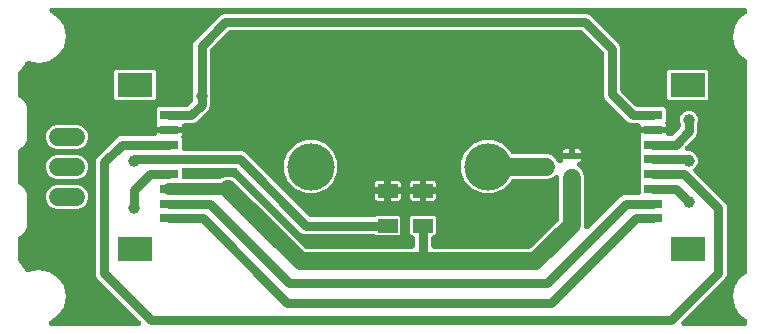
<source format=gbr>
G04 EAGLE Gerber X2 export*
%TF.Part,Single*%
%TF.FileFunction,Copper,L1,Top,Mixed*%
%TF.FilePolarity,Positive*%
%TF.GenerationSoftware,Autodesk,EAGLE,9.1.0*%
%TF.CreationDate,2020-08-17T16:38:00Z*%
G75*
%MOMM*%
%FSLAX34Y34*%
%LPD*%
%AMOC8*
5,1,8,0,0,1.08239X$1,22.5*%
G01*
%ADD10R,1.050000X0.600000*%
%ADD11R,1.600000X0.800000*%
%ADD12R,3.000000X2.100000*%
%ADD13C,1.524000*%
%ADD14R,1.680000X1.160000*%
%ADD15C,1.000000*%
%ADD16C,1.000000*%
%ADD17C,1.500000*%
%ADD18C,0.800000*%
%ADD19C,0.500000*%
%ADD20C,4.000000*%

G36*
X104036Y10178D02*
X104036Y10178D01*
X104173Y10181D01*
X104258Y10198D01*
X104345Y10206D01*
X104477Y10242D01*
X104611Y10269D01*
X104692Y10301D01*
X104776Y10324D01*
X104899Y10383D01*
X105026Y10434D01*
X105100Y10480D01*
X105178Y10517D01*
X105289Y10598D01*
X105405Y10670D01*
X105470Y10728D01*
X105540Y10779D01*
X105635Y10878D01*
X105736Y10970D01*
X105790Y11039D01*
X105850Y11101D01*
X105925Y11215D01*
X106009Y11324D01*
X106049Y11401D01*
X106097Y11473D01*
X106151Y11599D01*
X106214Y11721D01*
X106239Y11804D01*
X106274Y11884D01*
X106305Y12017D01*
X106345Y12148D01*
X106355Y12234D01*
X106375Y12319D01*
X106382Y12455D01*
X106398Y12591D01*
X106393Y12678D01*
X106397Y12765D01*
X106380Y12900D01*
X106371Y13037D01*
X106351Y13122D01*
X106340Y13208D01*
X106298Y13338D01*
X106266Y13471D01*
X106230Y13550D01*
X106204Y13633D01*
X106140Y13754D01*
X106084Y13879D01*
X106036Y13951D01*
X105995Y14028D01*
X105910Y14136D01*
X105833Y14249D01*
X105741Y14350D01*
X105719Y14379D01*
X105701Y14395D01*
X105667Y14432D01*
X69065Y51034D01*
X67999Y53607D01*
X67999Y150143D01*
X69065Y152716D01*
X86034Y169685D01*
X88607Y170751D01*
X117000Y170751D01*
X117050Y170755D01*
X117100Y170753D01*
X117272Y170775D01*
X117445Y170791D01*
X117493Y170804D01*
X117543Y170810D01*
X117708Y170863D01*
X117876Y170909D01*
X117921Y170931D01*
X117968Y170946D01*
X118122Y171027D01*
X118278Y171102D01*
X118319Y171132D01*
X118363Y171155D01*
X118499Y171262D01*
X118640Y171364D01*
X118675Y171400D01*
X118714Y171431D01*
X118830Y171561D01*
X118950Y171686D01*
X118977Y171728D01*
X119011Y171766D01*
X119101Y171914D01*
X119197Y172058D01*
X119217Y172104D01*
X119243Y172147D01*
X119305Y172309D01*
X119374Y172469D01*
X119385Y172517D01*
X119403Y172564D01*
X119436Y172735D01*
X119475Y172904D01*
X119478Y172954D01*
X119487Y173003D01*
X119499Y173250D01*
X119499Y173751D01*
X130040Y173751D01*
X140581Y173751D01*
X140581Y171916D01*
X140388Y171195D01*
X140357Y171135D01*
X140341Y171084D01*
X140318Y171035D01*
X140275Y170870D01*
X140225Y170708D01*
X140219Y170655D01*
X140206Y170603D01*
X140193Y170433D01*
X140172Y170264D01*
X140176Y170211D01*
X140172Y170157D01*
X140189Y169988D01*
X140199Y169818D01*
X140212Y169766D01*
X140217Y169713D01*
X140265Y169550D01*
X140305Y169384D01*
X140327Y169335D01*
X140342Y169284D01*
X140417Y169132D01*
X140486Y168976D01*
X140516Y168932D01*
X140540Y168884D01*
X140541Y168883D01*
X140541Y160750D01*
X140545Y160700D01*
X140543Y160650D01*
X140565Y160478D01*
X140581Y160305D01*
X140594Y160257D01*
X140600Y160207D01*
X140653Y160042D01*
X140699Y159874D01*
X140721Y159829D01*
X140736Y159782D01*
X140817Y159628D01*
X140892Y159472D01*
X140922Y159431D01*
X140945Y159387D01*
X141053Y159250D01*
X141154Y159110D01*
X141190Y159075D01*
X141221Y159036D01*
X141351Y158920D01*
X141476Y158800D01*
X141518Y158773D01*
X141556Y158739D01*
X141704Y158649D01*
X141848Y158553D01*
X141894Y158533D01*
X141937Y158507D01*
X142099Y158445D01*
X142259Y158376D01*
X142307Y158365D01*
X142354Y158347D01*
X142525Y158314D01*
X142694Y158275D01*
X142744Y158272D01*
X142793Y158263D01*
X143040Y158251D01*
X191393Y158251D01*
X193966Y157185D01*
X248168Y102983D01*
X248311Y102863D01*
X248451Y102739D01*
X248482Y102720D01*
X248511Y102696D01*
X248673Y102604D01*
X248832Y102507D01*
X248867Y102494D01*
X248899Y102476D01*
X249075Y102414D01*
X249249Y102347D01*
X249285Y102340D01*
X249320Y102327D01*
X249505Y102298D01*
X249688Y102263D01*
X249738Y102260D01*
X249761Y102257D01*
X249798Y102258D01*
X249935Y102251D01*
X303229Y102251D01*
X303415Y102267D01*
X303601Y102279D01*
X303637Y102287D01*
X303674Y102291D01*
X303854Y102340D01*
X304035Y102384D01*
X304069Y102399D01*
X304105Y102409D01*
X304273Y102490D01*
X304443Y102566D01*
X304474Y102586D01*
X304507Y102602D01*
X304658Y102712D01*
X304813Y102817D01*
X304850Y102851D01*
X304869Y102864D01*
X304895Y102891D01*
X304996Y102983D01*
X305564Y103551D01*
X324436Y103551D01*
X325901Y102086D01*
X325901Y88414D01*
X324436Y86949D01*
X305564Y86949D01*
X304996Y87517D01*
X304853Y87637D01*
X304713Y87761D01*
X304682Y87780D01*
X304653Y87804D01*
X304491Y87896D01*
X304332Y87993D01*
X304297Y88006D01*
X304265Y88024D01*
X304089Y88086D01*
X303915Y88153D01*
X303879Y88160D01*
X303844Y88173D01*
X303659Y88202D01*
X303476Y88237D01*
X303426Y88240D01*
X303403Y88243D01*
X303366Y88242D01*
X303229Y88249D01*
X244607Y88249D01*
X242034Y89315D01*
X187832Y143517D01*
X187689Y143637D01*
X187549Y143761D01*
X187518Y143780D01*
X187489Y143804D01*
X187327Y143896D01*
X187168Y143993D01*
X187133Y144006D01*
X187101Y144024D01*
X186925Y144086D01*
X186751Y144153D01*
X186715Y144160D01*
X186680Y144173D01*
X186495Y144202D01*
X186312Y144237D01*
X186262Y144240D01*
X186239Y144243D01*
X186202Y144242D01*
X186065Y144249D01*
X143040Y144249D01*
X142990Y144245D01*
X142940Y144247D01*
X142768Y144225D01*
X142595Y144209D01*
X142547Y144196D01*
X142497Y144190D01*
X142332Y144137D01*
X142164Y144091D01*
X142119Y144069D01*
X142072Y144054D01*
X141918Y143973D01*
X141762Y143898D01*
X141721Y143868D01*
X141677Y143845D01*
X141540Y143738D01*
X141400Y143636D01*
X141365Y143600D01*
X141326Y143569D01*
X141210Y143439D01*
X141090Y143314D01*
X141063Y143272D01*
X141029Y143234D01*
X140939Y143086D01*
X140843Y142942D01*
X140823Y142896D01*
X140797Y142853D01*
X140735Y142691D01*
X140666Y142531D01*
X140655Y142483D01*
X140637Y142436D01*
X140604Y142265D01*
X140565Y142096D01*
X140562Y142046D01*
X140553Y141997D01*
X140541Y141750D01*
X140541Y136750D01*
X140545Y136700D01*
X140543Y136650D01*
X140565Y136478D01*
X140581Y136305D01*
X140594Y136257D01*
X140600Y136207D01*
X140653Y136042D01*
X140699Y135874D01*
X140721Y135829D01*
X140736Y135782D01*
X140817Y135628D01*
X140892Y135472D01*
X140922Y135431D01*
X140945Y135387D01*
X141052Y135250D01*
X141154Y135110D01*
X141190Y135075D01*
X141221Y135036D01*
X141351Y134920D01*
X141476Y134800D01*
X141518Y134773D01*
X141556Y134739D01*
X141704Y134649D01*
X141848Y134553D01*
X141894Y134533D01*
X141937Y134507D01*
X142099Y134445D01*
X142259Y134376D01*
X142307Y134365D01*
X142354Y134347D01*
X142525Y134314D01*
X142694Y134275D01*
X142744Y134272D01*
X142793Y134263D01*
X143040Y134251D01*
X172115Y134251D01*
X172301Y134267D01*
X172487Y134279D01*
X172523Y134287D01*
X172560Y134291D01*
X172740Y134340D01*
X172921Y134384D01*
X172955Y134399D01*
X172991Y134409D01*
X173159Y134490D01*
X173330Y134566D01*
X173360Y134586D01*
X173394Y134602D01*
X173545Y134712D01*
X173699Y134817D01*
X173736Y134851D01*
X173755Y134864D01*
X173781Y134891D01*
X173883Y134983D01*
X174052Y135152D01*
X177911Y136751D01*
X182089Y136751D01*
X185948Y135152D01*
X244868Y76233D01*
X245011Y76113D01*
X245150Y75989D01*
X245182Y75970D01*
X245210Y75946D01*
X245373Y75854D01*
X245532Y75757D01*
X245566Y75744D01*
X245599Y75726D01*
X245775Y75664D01*
X245949Y75597D01*
X245985Y75590D01*
X246020Y75577D01*
X246204Y75548D01*
X246388Y75513D01*
X246438Y75510D01*
X246461Y75507D01*
X246498Y75508D01*
X246635Y75501D01*
X335500Y75501D01*
X335550Y75505D01*
X335600Y75503D01*
X335772Y75525D01*
X335945Y75541D01*
X335993Y75554D01*
X336043Y75560D01*
X336208Y75613D01*
X336376Y75659D01*
X336421Y75681D01*
X336468Y75696D01*
X336622Y75777D01*
X336778Y75852D01*
X336819Y75882D01*
X336863Y75905D01*
X337000Y76012D01*
X337140Y76114D01*
X337175Y76150D01*
X337214Y76181D01*
X337330Y76311D01*
X337450Y76436D01*
X337477Y76478D01*
X337511Y76516D01*
X337601Y76664D01*
X337697Y76808D01*
X337717Y76854D01*
X337743Y76897D01*
X337805Y77059D01*
X337874Y77219D01*
X337885Y77267D01*
X337903Y77314D01*
X337936Y77485D01*
X337975Y77654D01*
X337978Y77704D01*
X337987Y77753D01*
X337999Y78000D01*
X337999Y84450D01*
X337995Y84500D01*
X337997Y84550D01*
X337975Y84722D01*
X337959Y84895D01*
X337946Y84943D01*
X337940Y84993D01*
X337887Y85158D01*
X337841Y85326D01*
X337819Y85371D01*
X337804Y85418D01*
X337723Y85572D01*
X337648Y85728D01*
X337618Y85769D01*
X337595Y85813D01*
X337488Y85950D01*
X337386Y86090D01*
X337350Y86125D01*
X337319Y86164D01*
X337189Y86280D01*
X337064Y86400D01*
X337022Y86427D01*
X336984Y86461D01*
X336836Y86551D01*
X336692Y86647D01*
X336646Y86667D01*
X336603Y86693D01*
X336441Y86755D01*
X336281Y86824D01*
X336233Y86835D01*
X336186Y86853D01*
X336015Y86886D01*
X335846Y86925D01*
X335796Y86928D01*
X335747Y86937D01*
X335568Y86946D01*
X334099Y88414D01*
X334099Y102086D01*
X335564Y103551D01*
X354436Y103551D01*
X355901Y102086D01*
X355901Y88414D01*
X354432Y86946D01*
X354400Y86947D01*
X354228Y86925D01*
X354055Y86909D01*
X354007Y86896D01*
X353957Y86890D01*
X353792Y86837D01*
X353624Y86791D01*
X353579Y86769D01*
X353532Y86754D01*
X353378Y86673D01*
X353222Y86598D01*
X353181Y86568D01*
X353137Y86545D01*
X353000Y86438D01*
X352860Y86336D01*
X352825Y86300D01*
X352786Y86269D01*
X352670Y86139D01*
X352550Y86014D01*
X352523Y85972D01*
X352489Y85934D01*
X352399Y85786D01*
X352303Y85642D01*
X352283Y85596D01*
X352257Y85553D01*
X352195Y85391D01*
X352126Y85231D01*
X352115Y85183D01*
X352097Y85136D01*
X352064Y84965D01*
X352025Y84796D01*
X352022Y84746D01*
X352013Y84697D01*
X352001Y84450D01*
X352001Y78000D01*
X352005Y77950D01*
X352003Y77900D01*
X352025Y77728D01*
X352041Y77555D01*
X352054Y77507D01*
X352060Y77457D01*
X352113Y77292D01*
X352159Y77124D01*
X352181Y77079D01*
X352196Y77032D01*
X352277Y76878D01*
X352352Y76722D01*
X352382Y76681D01*
X352405Y76637D01*
X352512Y76500D01*
X352614Y76360D01*
X352650Y76325D01*
X352681Y76286D01*
X352811Y76170D01*
X352936Y76050D01*
X352978Y76023D01*
X353016Y75989D01*
X353164Y75899D01*
X353308Y75803D01*
X353354Y75783D01*
X353397Y75757D01*
X353559Y75695D01*
X353719Y75626D01*
X353767Y75615D01*
X353814Y75597D01*
X353985Y75564D01*
X354154Y75525D01*
X354204Y75522D01*
X354253Y75513D01*
X354500Y75501D01*
X434615Y75501D01*
X434801Y75517D01*
X434987Y75529D01*
X435023Y75537D01*
X435060Y75541D01*
X435241Y75590D01*
X435421Y75634D01*
X435455Y75649D01*
X435491Y75659D01*
X435659Y75740D01*
X435830Y75816D01*
X435860Y75836D01*
X435894Y75852D01*
X436045Y75962D01*
X436199Y76067D01*
X436236Y76101D01*
X436255Y76114D01*
X436281Y76141D01*
X436382Y76233D01*
X459767Y99618D01*
X459887Y99761D01*
X460011Y99900D01*
X460030Y99932D01*
X460054Y99960D01*
X460146Y100122D01*
X460243Y100282D01*
X460256Y100317D01*
X460274Y100349D01*
X460336Y100525D01*
X460403Y100699D01*
X460410Y100735D01*
X460423Y100770D01*
X460452Y100954D01*
X460487Y101138D01*
X460490Y101188D01*
X460493Y101211D01*
X460492Y101248D01*
X460499Y101385D01*
X460499Y135615D01*
X460487Y135752D01*
X460484Y135888D01*
X460467Y135973D01*
X460459Y136060D01*
X460423Y136192D01*
X460396Y136326D01*
X460364Y136407D01*
X460341Y136491D01*
X460282Y136614D01*
X460231Y136741D01*
X460185Y136815D01*
X460148Y136894D01*
X460067Y137005D01*
X459995Y137121D01*
X459937Y137185D01*
X459886Y137255D01*
X459787Y137350D01*
X459695Y137452D01*
X459626Y137505D01*
X459564Y137565D01*
X459450Y137641D01*
X459341Y137724D01*
X459264Y137764D01*
X459192Y137812D01*
X459066Y137866D01*
X458944Y137929D01*
X458861Y137955D01*
X458781Y137989D01*
X458649Y138020D01*
X458517Y138060D01*
X458431Y138071D01*
X458346Y138090D01*
X458210Y138097D01*
X458074Y138113D01*
X457987Y138108D01*
X457900Y138113D01*
X457765Y138095D01*
X457628Y138087D01*
X457543Y138066D01*
X457457Y138055D01*
X457327Y138013D01*
X457194Y137981D01*
X457114Y137946D01*
X457032Y137919D01*
X456911Y137855D01*
X456786Y137800D01*
X456714Y137751D01*
X456637Y137710D01*
X456529Y137626D01*
X456416Y137549D01*
X456315Y137457D01*
X456286Y137434D01*
X456270Y137416D01*
X456233Y137382D01*
X454948Y136098D01*
X451089Y134499D01*
X421675Y134499D01*
X421669Y134499D01*
X421662Y134499D01*
X421446Y134479D01*
X421230Y134459D01*
X421224Y134458D01*
X421217Y134457D01*
X421007Y134398D01*
X420799Y134341D01*
X420794Y134338D01*
X420787Y134336D01*
X420594Y134242D01*
X420397Y134148D01*
X420391Y134144D01*
X420386Y134141D01*
X420213Y134015D01*
X420035Y133886D01*
X420030Y133881D01*
X420025Y133877D01*
X419875Y133719D01*
X419725Y133564D01*
X419722Y133558D01*
X419717Y133553D01*
X419597Y133371D01*
X419478Y133192D01*
X419476Y133186D01*
X419472Y133180D01*
X419366Y132956D01*
X419075Y132254D01*
X412746Y125925D01*
X404476Y122499D01*
X395524Y122499D01*
X387254Y125925D01*
X380925Y132254D01*
X377499Y140524D01*
X377499Y149476D01*
X380925Y157746D01*
X387254Y164075D01*
X395524Y167501D01*
X404476Y167501D01*
X412746Y164075D01*
X419075Y157746D01*
X419366Y157044D01*
X419369Y157038D01*
X419371Y157032D01*
X419473Y156839D01*
X419573Y156648D01*
X419577Y156643D01*
X419580Y156637D01*
X419716Y156464D01*
X419847Y156295D01*
X419852Y156291D01*
X419856Y156286D01*
X420021Y156140D01*
X420180Y155997D01*
X420186Y155994D01*
X420191Y155989D01*
X420376Y155877D01*
X420561Y155763D01*
X420567Y155761D01*
X420572Y155757D01*
X420774Y155679D01*
X420977Y155600D01*
X420983Y155599D01*
X420989Y155597D01*
X421202Y155556D01*
X421415Y155514D01*
X421421Y155514D01*
X421428Y155513D01*
X421675Y155501D01*
X451089Y155501D01*
X454948Y153902D01*
X457902Y150948D01*
X458505Y149494D01*
X458532Y149441D01*
X458553Y149384D01*
X458636Y149243D01*
X458712Y149098D01*
X458749Y149051D01*
X458779Y148999D01*
X458885Y148875D01*
X458986Y148745D01*
X459031Y148705D01*
X459070Y148660D01*
X459197Y148557D01*
X459319Y148447D01*
X459370Y148416D01*
X459417Y148378D01*
X459560Y148299D01*
X459699Y148213D01*
X459755Y148191D01*
X459808Y148162D01*
X459963Y148110D01*
X460115Y148051D01*
X460174Y148039D01*
X460231Y148020D01*
X460393Y147996D01*
X460553Y147965D01*
X460614Y147964D01*
X460673Y147955D01*
X460837Y147960D01*
X461000Y147958D01*
X461059Y147968D01*
X461120Y147970D01*
X461279Y148004D01*
X461441Y148031D01*
X461497Y148051D01*
X461556Y148064D01*
X461707Y148126D01*
X461861Y148181D01*
X461914Y148211D01*
X461969Y148234D01*
X462107Y148323D01*
X462249Y148404D01*
X462295Y148443D01*
X462345Y148475D01*
X462465Y148587D01*
X462590Y148692D01*
X462628Y148739D01*
X462672Y148780D01*
X462770Y148910D01*
X462874Y149036D01*
X462904Y149089D01*
X462940Y149137D01*
X463013Y149283D01*
X463093Y149426D01*
X463113Y149483D01*
X463140Y149537D01*
X463186Y149694D01*
X463239Y149848D01*
X463248Y149908D01*
X463265Y149966D01*
X463282Y150128D01*
X463308Y150290D01*
X463306Y150350D01*
X463312Y150410D01*
X463300Y150572D01*
X463296Y150736D01*
X463284Y150795D01*
X463280Y150855D01*
X463228Y151097D01*
X463209Y151166D01*
X463209Y152001D01*
X471000Y152001D01*
X478791Y152001D01*
X478791Y151166D01*
X478618Y150519D01*
X478283Y149940D01*
X477810Y149467D01*
X477228Y149131D01*
X477164Y149108D01*
X477090Y149090D01*
X476955Y149031D01*
X476817Y148980D01*
X476751Y148941D01*
X476680Y148911D01*
X476559Y148829D01*
X476432Y148754D01*
X476373Y148704D01*
X476310Y148661D01*
X476205Y148559D01*
X476093Y148463D01*
X476044Y148404D01*
X475989Y148350D01*
X475904Y148231D01*
X475811Y148117D01*
X475774Y148049D01*
X475729Y147987D01*
X475666Y147854D01*
X475595Y147726D01*
X475571Y147653D01*
X475538Y147583D01*
X475500Y147441D01*
X475453Y147302D01*
X475442Y147226D01*
X475422Y147152D01*
X475409Y147006D01*
X475388Y146860D01*
X475391Y146783D01*
X475384Y146707D01*
X475398Y146561D01*
X475403Y146414D01*
X475419Y146339D01*
X475426Y146262D01*
X475466Y146121D01*
X475497Y145977D01*
X475526Y145906D01*
X475547Y145832D01*
X475611Y145700D01*
X475667Y145564D01*
X475709Y145499D01*
X475743Y145430D01*
X475829Y145312D01*
X475908Y145188D01*
X475961Y145132D01*
X476006Y145070D01*
X476113Y144968D01*
X476213Y144861D01*
X476274Y144815D01*
X476330Y144762D01*
X476453Y144681D01*
X476570Y144593D01*
X476639Y144559D01*
X476703Y144517D01*
X476927Y144411D01*
X476948Y144402D01*
X479902Y141448D01*
X481501Y137589D01*
X481501Y94435D01*
X481513Y94299D01*
X481516Y94162D01*
X481533Y94077D01*
X481541Y93990D01*
X481577Y93858D01*
X481604Y93724D01*
X481636Y93643D01*
X481659Y93559D01*
X481718Y93436D01*
X481769Y93309D01*
X481815Y93235D01*
X481852Y93157D01*
X481933Y93046D01*
X482005Y92930D01*
X482063Y92865D01*
X482114Y92795D01*
X482213Y92700D01*
X482305Y92599D01*
X482374Y92545D01*
X482436Y92485D01*
X482550Y92410D01*
X482659Y92326D01*
X482736Y92286D01*
X482808Y92238D01*
X482934Y92184D01*
X483056Y92121D01*
X483139Y92096D01*
X483219Y92061D01*
X483352Y92030D01*
X483483Y91990D01*
X483569Y91980D01*
X483654Y91960D01*
X483790Y91953D01*
X483926Y91937D01*
X484013Y91942D01*
X484100Y91938D01*
X484235Y91955D01*
X484372Y91964D01*
X484457Y91984D01*
X484543Y91995D01*
X484673Y92037D01*
X484806Y92069D01*
X484886Y92105D01*
X484968Y92131D01*
X485089Y92195D01*
X485214Y92251D01*
X485286Y92299D01*
X485363Y92340D01*
X485471Y92425D01*
X485584Y92502D01*
X485685Y92594D01*
X485714Y92616D01*
X485730Y92634D01*
X485767Y92668D01*
X510464Y117364D01*
X512784Y119685D01*
X515357Y120751D01*
X526960Y120751D01*
X527010Y120755D01*
X527060Y120753D01*
X527232Y120775D01*
X527405Y120791D01*
X527453Y120804D01*
X527503Y120810D01*
X527668Y120863D01*
X527836Y120909D01*
X527881Y120931D01*
X527928Y120946D01*
X528082Y121027D01*
X528238Y121102D01*
X528279Y121132D01*
X528323Y121155D01*
X528460Y121262D01*
X528600Y121364D01*
X528635Y121400D01*
X528674Y121431D01*
X528790Y121561D01*
X528910Y121686D01*
X528937Y121728D01*
X528971Y121766D01*
X529061Y121914D01*
X529157Y122058D01*
X529177Y122104D01*
X529203Y122147D01*
X529265Y122309D01*
X529334Y122469D01*
X529345Y122517D01*
X529363Y122564D01*
X529396Y122735D01*
X529435Y122904D01*
X529438Y122954D01*
X529447Y123003D01*
X529459Y123250D01*
X529459Y131576D01*
X529504Y131721D01*
X529561Y131885D01*
X529569Y131935D01*
X529584Y131983D01*
X529605Y132155D01*
X529632Y132326D01*
X529631Y132376D01*
X529637Y132426D01*
X529627Y132599D01*
X529623Y132773D01*
X529613Y132822D01*
X529610Y132872D01*
X529569Y133041D01*
X529535Y133211D01*
X529516Y133257D01*
X529505Y133306D01*
X529459Y133408D01*
X529459Y144076D01*
X529504Y144221D01*
X529561Y144385D01*
X529569Y144435D01*
X529584Y144483D01*
X529605Y144655D01*
X529632Y144826D01*
X529631Y144876D01*
X529637Y144926D01*
X529627Y145099D01*
X529623Y145273D01*
X529613Y145322D01*
X529610Y145372D01*
X529569Y145541D01*
X529535Y145711D01*
X529516Y145757D01*
X529505Y145806D01*
X529459Y145908D01*
X529459Y156576D01*
X529504Y156721D01*
X529561Y156885D01*
X529569Y156935D01*
X529584Y156983D01*
X529605Y157154D01*
X529632Y157326D01*
X529631Y157376D01*
X529637Y157426D01*
X529627Y157599D01*
X529623Y157773D01*
X529613Y157822D01*
X529610Y157872D01*
X529569Y158041D01*
X529535Y158211D01*
X529516Y158257D01*
X529505Y158306D01*
X529459Y158408D01*
X529459Y168900D01*
X529467Y168914D01*
X529558Y169058D01*
X529577Y169108D01*
X529604Y169154D01*
X529660Y169315D01*
X529723Y169473D01*
X529734Y169525D01*
X529752Y169576D01*
X529779Y169744D01*
X529813Y169911D01*
X529814Y169964D01*
X529823Y170017D01*
X529819Y170187D01*
X529823Y170357D01*
X529815Y170410D01*
X529814Y170464D01*
X529780Y170630D01*
X529754Y170799D01*
X529736Y170849D01*
X529725Y170901D01*
X529663Y171060D01*
X529607Y171220D01*
X529604Y171225D01*
X529419Y171916D01*
X529419Y173751D01*
X539960Y173751D01*
X550501Y173751D01*
X550501Y173250D01*
X550505Y173200D01*
X550503Y173150D01*
X550525Y172978D01*
X550541Y172805D01*
X550554Y172757D01*
X550560Y172707D01*
X550613Y172542D01*
X550659Y172374D01*
X550681Y172329D01*
X550696Y172282D01*
X550777Y172128D01*
X550852Y171972D01*
X550882Y171931D01*
X550905Y171887D01*
X551012Y171750D01*
X551114Y171610D01*
X551150Y171575D01*
X551181Y171536D01*
X551311Y171420D01*
X551436Y171300D01*
X551478Y171273D01*
X551516Y171239D01*
X551664Y171149D01*
X551808Y171053D01*
X551854Y171033D01*
X551897Y171007D01*
X552059Y170945D01*
X552219Y170876D01*
X552267Y170865D01*
X552314Y170847D01*
X552485Y170814D01*
X552654Y170775D01*
X552704Y170772D01*
X552753Y170763D01*
X553000Y170751D01*
X554815Y170751D01*
X555001Y170767D01*
X555187Y170779D01*
X555223Y170787D01*
X555260Y170791D01*
X555440Y170840D01*
X555621Y170884D01*
X555655Y170899D01*
X555691Y170909D01*
X555859Y170990D01*
X556029Y171066D01*
X556060Y171086D01*
X556093Y171102D01*
X556244Y171212D01*
X556399Y171317D01*
X556436Y171351D01*
X556455Y171364D01*
X556481Y171391D01*
X556582Y171483D01*
X562267Y177168D01*
X562387Y177311D01*
X562511Y177451D01*
X562530Y177482D01*
X562554Y177511D01*
X562646Y177673D01*
X562743Y177832D01*
X562756Y177867D01*
X562774Y177899D01*
X562836Y178075D01*
X562903Y178249D01*
X562910Y178285D01*
X562923Y178320D01*
X562952Y178505D01*
X562987Y178688D01*
X562990Y178738D01*
X562993Y178761D01*
X562992Y178798D01*
X562999Y178935D01*
X562999Y181804D01*
X562986Y181946D01*
X562983Y182090D01*
X562967Y182168D01*
X562959Y182249D01*
X562921Y182387D01*
X562892Y182527D01*
X562851Y182643D01*
X562841Y182679D01*
X562829Y182704D01*
X562809Y182760D01*
X562499Y183508D01*
X562499Y186492D01*
X563641Y189249D01*
X565751Y191359D01*
X568508Y192501D01*
X571492Y192501D01*
X574249Y191359D01*
X576359Y189249D01*
X577501Y186492D01*
X577501Y183508D01*
X577191Y182760D01*
X577148Y182624D01*
X577097Y182490D01*
X577082Y182411D01*
X577058Y182334D01*
X577040Y182192D01*
X577013Y182051D01*
X577007Y181928D01*
X577002Y181891D01*
X577004Y181864D01*
X577001Y181804D01*
X577001Y173607D01*
X575935Y171034D01*
X573614Y168714D01*
X573614Y168713D01*
X567418Y162517D01*
X567330Y162412D01*
X567235Y162314D01*
X567187Y162241D01*
X567131Y162174D01*
X567064Y162056D01*
X566988Y161942D01*
X566954Y161862D01*
X566911Y161786D01*
X566865Y161657D01*
X566811Y161531D01*
X566791Y161447D01*
X566762Y161365D01*
X566741Y161229D01*
X566710Y161096D01*
X566706Y161010D01*
X566692Y160924D01*
X566695Y160787D01*
X566688Y160650D01*
X566699Y160564D01*
X566701Y160477D01*
X566728Y160343D01*
X566745Y160207D01*
X566772Y160124D01*
X566789Y160039D01*
X566839Y159912D01*
X566881Y159782D01*
X566922Y159705D01*
X566954Y159624D01*
X567026Y159508D01*
X567090Y159387D01*
X567144Y159319D01*
X567190Y159245D01*
X567282Y159143D01*
X567366Y159036D01*
X567431Y158978D01*
X567490Y158914D01*
X567598Y158830D01*
X567701Y158739D01*
X567775Y158694D01*
X567844Y158641D01*
X567965Y158578D01*
X568082Y158507D01*
X568163Y158476D01*
X568241Y158436D01*
X568371Y158396D01*
X568499Y158347D01*
X568585Y158330D01*
X568668Y158305D01*
X568803Y158289D01*
X568938Y158263D01*
X569074Y158256D01*
X569111Y158252D01*
X569135Y158253D01*
X569185Y158251D01*
X571393Y158251D01*
X573966Y157185D01*
X575935Y155216D01*
X576129Y154748D01*
X576195Y154620D01*
X576254Y154489D01*
X576268Y154468D01*
X577501Y151492D01*
X577501Y148508D01*
X576359Y145751D01*
X574521Y143914D01*
X574489Y143875D01*
X574452Y143842D01*
X574346Y143704D01*
X574235Y143571D01*
X574210Y143527D01*
X574180Y143488D01*
X574100Y143333D01*
X574014Y143183D01*
X573998Y143135D01*
X573975Y143091D01*
X573924Y142925D01*
X573866Y142761D01*
X573858Y142712D01*
X573843Y142664D01*
X573823Y142492D01*
X573795Y142320D01*
X573796Y142270D01*
X573790Y142220D01*
X573801Y142047D01*
X573804Y141873D01*
X573814Y141824D01*
X573817Y141774D01*
X573858Y141606D01*
X573893Y141436D01*
X573911Y141389D01*
X573923Y141340D01*
X573993Y141182D01*
X574057Y141020D01*
X574084Y140978D01*
X574104Y140932D01*
X574202Y140788D01*
X574293Y140641D01*
X574327Y140604D01*
X574355Y140563D01*
X574521Y140379D01*
X600935Y113966D01*
X602001Y111393D01*
X602001Y53607D01*
X600935Y51034D01*
X564333Y14432D01*
X564245Y14327D01*
X564150Y14229D01*
X564102Y14156D01*
X564046Y14089D01*
X563979Y13971D01*
X563903Y13857D01*
X563869Y13777D01*
X563826Y13701D01*
X563780Y13572D01*
X563726Y13446D01*
X563706Y13362D01*
X563677Y13280D01*
X563656Y13144D01*
X563625Y13011D01*
X563621Y12925D01*
X563607Y12839D01*
X563610Y12702D01*
X563603Y12565D01*
X563614Y12479D01*
X563616Y12392D01*
X563643Y12258D01*
X563660Y12122D01*
X563687Y12039D01*
X563704Y11954D01*
X563754Y11827D01*
X563796Y11697D01*
X563837Y11620D01*
X563869Y11539D01*
X563941Y11423D01*
X564005Y11302D01*
X564059Y11234D01*
X564105Y11160D01*
X564197Y11058D01*
X564281Y10951D01*
X564346Y10893D01*
X564405Y10829D01*
X564513Y10745D01*
X564616Y10654D01*
X564690Y10609D01*
X564759Y10556D01*
X564880Y10493D01*
X564997Y10422D01*
X565078Y10391D01*
X565156Y10351D01*
X565286Y10311D01*
X565414Y10262D01*
X565500Y10245D01*
X565583Y10220D01*
X565718Y10204D01*
X565853Y10178D01*
X565989Y10171D01*
X566026Y10167D01*
X566050Y10168D01*
X566100Y10166D01*
X617000Y10166D01*
X617050Y10170D01*
X617100Y10168D01*
X617272Y10190D01*
X617445Y10206D01*
X617493Y10219D01*
X617543Y10225D01*
X617708Y10278D01*
X617876Y10324D01*
X617921Y10346D01*
X617968Y10361D01*
X618122Y10442D01*
X618278Y10517D01*
X618319Y10547D01*
X618363Y10570D01*
X618500Y10677D01*
X618640Y10779D01*
X618675Y10815D01*
X618714Y10846D01*
X618830Y10976D01*
X618950Y11101D01*
X618977Y11143D01*
X619011Y11181D01*
X619101Y11329D01*
X619197Y11473D01*
X619217Y11519D01*
X619243Y11562D01*
X619305Y11724D01*
X619374Y11884D01*
X619385Y11932D01*
X619403Y11979D01*
X619436Y12150D01*
X619475Y12319D01*
X619478Y12369D01*
X619487Y12418D01*
X619499Y12665D01*
X619499Y14085D01*
X619481Y14293D01*
X619465Y14500D01*
X619461Y14515D01*
X619459Y14530D01*
X619404Y14731D01*
X619351Y14932D01*
X619345Y14946D01*
X619341Y14961D01*
X619251Y15149D01*
X619163Y15337D01*
X619154Y15350D01*
X619148Y15364D01*
X619025Y15532D01*
X618906Y15702D01*
X618895Y15713D01*
X618886Y15725D01*
X618736Y15870D01*
X618587Y16016D01*
X618571Y16028D01*
X618564Y16035D01*
X618542Y16049D01*
X618389Y16163D01*
X613758Y19258D01*
X608855Y26595D01*
X607133Y35250D01*
X608855Y43905D01*
X613758Y51242D01*
X618389Y54337D01*
X618551Y54467D01*
X618714Y54596D01*
X618724Y54608D01*
X618736Y54617D01*
X618872Y54774D01*
X619011Y54930D01*
X619019Y54943D01*
X619029Y54955D01*
X619134Y55134D01*
X619243Y55312D01*
X619248Y55326D01*
X619256Y55339D01*
X619328Y55534D01*
X619403Y55729D01*
X619406Y55744D01*
X619411Y55758D01*
X619448Y55962D01*
X619487Y56168D01*
X619488Y56188D01*
X619490Y56198D01*
X619490Y56223D01*
X619499Y56415D01*
X619499Y234085D01*
X619481Y234293D01*
X619465Y234500D01*
X619461Y234515D01*
X619459Y234530D01*
X619404Y234731D01*
X619351Y234932D01*
X619345Y234946D01*
X619341Y234961D01*
X619251Y235149D01*
X619163Y235337D01*
X619154Y235350D01*
X619148Y235364D01*
X619025Y235532D01*
X618906Y235702D01*
X618895Y235713D01*
X618886Y235725D01*
X618735Y235870D01*
X618587Y236016D01*
X618571Y236028D01*
X618564Y236035D01*
X618542Y236049D01*
X618388Y236163D01*
X613758Y239258D01*
X608855Y246595D01*
X607133Y255250D01*
X608855Y263905D01*
X613758Y271242D01*
X618388Y274337D01*
X618550Y274467D01*
X618714Y274596D01*
X618724Y274608D01*
X618736Y274617D01*
X618872Y274775D01*
X619011Y274930D01*
X619019Y274943D01*
X619029Y274955D01*
X619135Y275135D01*
X619243Y275312D01*
X619248Y275326D01*
X619256Y275339D01*
X619328Y275534D01*
X619403Y275729D01*
X619406Y275744D01*
X619411Y275758D01*
X619448Y275962D01*
X619487Y276168D01*
X619488Y276188D01*
X619490Y276198D01*
X619490Y276223D01*
X619499Y276415D01*
X619499Y277335D01*
X619495Y277385D01*
X619497Y277435D01*
X619475Y277607D01*
X619459Y277780D01*
X619446Y277828D01*
X619440Y277878D01*
X619387Y278043D01*
X619341Y278211D01*
X619319Y278256D01*
X619304Y278303D01*
X619223Y278457D01*
X619148Y278613D01*
X619118Y278654D01*
X619095Y278698D01*
X618988Y278835D01*
X618886Y278975D01*
X618850Y279010D01*
X618819Y279049D01*
X618689Y279165D01*
X618564Y279285D01*
X618522Y279312D01*
X618484Y279346D01*
X618336Y279436D01*
X618192Y279532D01*
X618145Y279552D01*
X618103Y279578D01*
X617941Y279640D01*
X617781Y279709D01*
X617733Y279720D01*
X617686Y279738D01*
X617515Y279771D01*
X617346Y279810D01*
X617296Y279813D01*
X617247Y279822D01*
X617000Y279834D01*
X31123Y279834D01*
X30965Y279820D01*
X30807Y279814D01*
X30743Y279800D01*
X30678Y279794D01*
X30525Y279752D01*
X30370Y279718D01*
X30310Y279693D01*
X30247Y279676D01*
X30104Y279607D01*
X29958Y279546D01*
X29903Y279511D01*
X29844Y279483D01*
X29716Y279390D01*
X29583Y279304D01*
X29535Y279259D01*
X29483Y279221D01*
X29373Y279106D01*
X29257Y278998D01*
X29218Y278946D01*
X29173Y278899D01*
X29085Y278767D01*
X28991Y278639D01*
X28962Y278581D01*
X28926Y278527D01*
X28863Y278381D01*
X28793Y278239D01*
X28775Y278176D01*
X28749Y278116D01*
X28713Y277962D01*
X28669Y277810D01*
X28662Y277745D01*
X28648Y277681D01*
X28640Y277523D01*
X28624Y277365D01*
X28629Y277300D01*
X28626Y277235D01*
X28646Y277078D01*
X28658Y276920D01*
X28675Y276857D01*
X28683Y276792D01*
X28731Y276641D01*
X28771Y276488D01*
X28799Y276429D01*
X28819Y276367D01*
X28893Y276227D01*
X28960Y276083D01*
X28997Y276030D01*
X29028Y275972D01*
X29126Y275847D01*
X29217Y275718D01*
X29264Y275672D01*
X29304Y275621D01*
X29423Y275515D01*
X29536Y275404D01*
X29612Y275348D01*
X29638Y275324D01*
X29667Y275307D01*
X29734Y275257D01*
X35742Y271242D01*
X40645Y263905D01*
X42367Y255250D01*
X40645Y246595D01*
X35742Y239258D01*
X28405Y234355D01*
X19750Y232633D01*
X10959Y234382D01*
X10833Y234395D01*
X10709Y234419D01*
X10611Y234419D01*
X10515Y234430D01*
X10389Y234420D01*
X10262Y234421D01*
X10166Y234404D01*
X10069Y234397D01*
X9947Y234366D01*
X9822Y234344D01*
X9731Y234311D01*
X9636Y234286D01*
X9522Y234234D01*
X9403Y234190D01*
X9319Y234141D01*
X9230Y234100D01*
X9127Y234028D01*
X9018Y233964D01*
X8944Y233900D01*
X8864Y233845D01*
X8775Y233755D01*
X8679Y233673D01*
X8618Y233597D01*
X8549Y233528D01*
X8477Y233424D01*
X8397Y233326D01*
X8350Y233240D01*
X8295Y233160D01*
X8243Y233045D01*
X8182Y232934D01*
X8125Y232784D01*
X8111Y232753D01*
X8107Y232736D01*
X8094Y232703D01*
X7927Y232190D01*
X3670Y226330D01*
X3281Y226047D01*
X3161Y225942D01*
X3036Y225844D01*
X2993Y225796D01*
X2944Y225753D01*
X2845Y225629D01*
X2739Y225510D01*
X2706Y225455D01*
X2666Y225404D01*
X2590Y225264D01*
X2507Y225128D01*
X2484Y225068D01*
X2453Y225011D01*
X2404Y224860D01*
X2347Y224711D01*
X2335Y224648D01*
X2315Y224587D01*
X2293Y224429D01*
X2263Y224273D01*
X2258Y224179D01*
X2254Y224144D01*
X2255Y224111D01*
X2251Y224025D01*
X2251Y205534D01*
X2251Y205527D01*
X2251Y205521D01*
X2271Y205307D01*
X2291Y205089D01*
X2292Y205082D01*
X2293Y205076D01*
X2351Y204870D01*
X2409Y204658D01*
X2412Y204652D01*
X2414Y204646D01*
X2508Y204453D01*
X2602Y204255D01*
X2606Y204250D01*
X2609Y204244D01*
X2736Y204071D01*
X2864Y203894D01*
X2869Y203889D01*
X2873Y203884D01*
X3031Y203734D01*
X3186Y203584D01*
X3192Y203581D01*
X3197Y203576D01*
X3379Y203456D01*
X3558Y203337D01*
X3565Y203334D01*
X3570Y203331D01*
X3794Y203225D01*
X5258Y202618D01*
X8118Y199758D01*
X9666Y196022D01*
X9666Y167978D01*
X8118Y164242D01*
X5258Y161382D01*
X3794Y160775D01*
X3788Y160772D01*
X3782Y160770D01*
X3591Y160669D01*
X3398Y160568D01*
X3393Y160564D01*
X3387Y160561D01*
X3216Y160426D01*
X3045Y160294D01*
X3041Y160289D01*
X3036Y160285D01*
X2890Y160121D01*
X2747Y159961D01*
X2744Y159956D01*
X2739Y159951D01*
X2627Y159766D01*
X2513Y159581D01*
X2511Y159575D01*
X2507Y159569D01*
X2430Y159368D01*
X2350Y159165D01*
X2349Y159158D01*
X2347Y159152D01*
X2306Y158939D01*
X2264Y158726D01*
X2264Y158720D01*
X2263Y158713D01*
X2251Y158466D01*
X2251Y131534D01*
X2251Y131527D01*
X2251Y131521D01*
X2271Y131304D01*
X2291Y131089D01*
X2292Y131083D01*
X2293Y131076D01*
X2351Y130869D01*
X2409Y130658D01*
X2412Y130652D01*
X2414Y130646D01*
X2507Y130455D01*
X2602Y130256D01*
X2606Y130250D01*
X2609Y130244D01*
X2735Y130072D01*
X2864Y129894D01*
X2869Y129889D01*
X2873Y129884D01*
X3032Y129733D01*
X3186Y129584D01*
X3192Y129581D01*
X3197Y129576D01*
X3378Y129457D01*
X3558Y129337D01*
X3564Y129334D01*
X3570Y129331D01*
X3794Y129225D01*
X5258Y128618D01*
X8118Y125758D01*
X9666Y122022D01*
X9666Y93978D01*
X8118Y90242D01*
X5258Y87382D01*
X3794Y86775D01*
X3788Y86772D01*
X3782Y86770D01*
X3591Y86669D01*
X3398Y86568D01*
X3393Y86564D01*
X3387Y86561D01*
X3215Y86426D01*
X3045Y86294D01*
X3041Y86289D01*
X3036Y86285D01*
X2890Y86121D01*
X2747Y85961D01*
X2744Y85955D01*
X2739Y85951D01*
X2627Y85765D01*
X2513Y85581D01*
X2511Y85575D01*
X2507Y85569D01*
X2428Y85364D01*
X2350Y85165D01*
X2349Y85158D01*
X2347Y85152D01*
X2306Y84937D01*
X2264Y84726D01*
X2264Y84720D01*
X2263Y84713D01*
X2251Y84466D01*
X2251Y65975D01*
X2265Y65816D01*
X2271Y65657D01*
X2285Y65594D01*
X2291Y65530D01*
X2333Y65376D01*
X2367Y65221D01*
X2392Y65161D01*
X2409Y65099D01*
X2478Y64955D01*
X2540Y64809D01*
X2574Y64755D01*
X2602Y64696D01*
X2696Y64567D01*
X2782Y64434D01*
X2826Y64387D01*
X2864Y64334D01*
X2979Y64224D01*
X3088Y64108D01*
X3161Y64049D01*
X3186Y64025D01*
X3214Y64006D01*
X3281Y63953D01*
X3670Y63670D01*
X7927Y57810D01*
X7942Y57767D01*
X7991Y57651D01*
X8032Y57531D01*
X8079Y57445D01*
X8117Y57356D01*
X8187Y57250D01*
X8248Y57140D01*
X8309Y57064D01*
X8363Y56983D01*
X8450Y56891D01*
X8530Y56793D01*
X8604Y56730D01*
X8671Y56660D01*
X8773Y56585D01*
X8869Y56503D01*
X8953Y56454D01*
X9032Y56396D01*
X9146Y56341D01*
X9255Y56277D01*
X9346Y56244D01*
X9434Y56201D01*
X9556Y56167D01*
X9674Y56124D01*
X9770Y56108D01*
X9864Y56081D01*
X9990Y56070D01*
X10115Y56048D01*
X10212Y56049D01*
X10309Y56040D01*
X10435Y56051D01*
X10561Y56052D01*
X10720Y56075D01*
X10754Y56078D01*
X10771Y56083D01*
X10806Y56088D01*
X19750Y57867D01*
X28405Y56145D01*
X35742Y51242D01*
X40645Y43905D01*
X42367Y35250D01*
X40645Y26595D01*
X35742Y19258D01*
X28986Y14743D01*
X28863Y14644D01*
X28734Y14551D01*
X28689Y14504D01*
X28638Y14463D01*
X28535Y14343D01*
X28425Y14229D01*
X28389Y14174D01*
X28346Y14125D01*
X28265Y13989D01*
X28178Y13857D01*
X28152Y13797D01*
X28119Y13740D01*
X28063Y13592D01*
X28001Y13446D01*
X27986Y13383D01*
X27963Y13322D01*
X27935Y13166D01*
X27899Y13011D01*
X27896Y12946D01*
X27885Y12882D01*
X27885Y12723D01*
X27877Y12565D01*
X27886Y12500D01*
X27886Y12435D01*
X27915Y12279D01*
X27935Y12122D01*
X27955Y12060D01*
X27967Y11996D01*
X28022Y11848D01*
X28071Y11697D01*
X28101Y11639D01*
X28124Y11578D01*
X28206Y11442D01*
X28280Y11302D01*
X28320Y11251D01*
X28354Y11195D01*
X28458Y11075D01*
X28556Y10951D01*
X28605Y10907D01*
X28648Y10858D01*
X28772Y10759D01*
X28890Y10654D01*
X28946Y10620D01*
X28997Y10580D01*
X29137Y10504D01*
X29272Y10422D01*
X29333Y10399D01*
X29390Y10368D01*
X29541Y10319D01*
X29689Y10262D01*
X29753Y10249D01*
X29815Y10229D01*
X29972Y10208D01*
X30127Y10178D01*
X30222Y10173D01*
X30257Y10168D01*
X30291Y10170D01*
X30375Y10166D01*
X103900Y10166D01*
X104036Y10178D01*
G37*
%LPC*%
G36*
X539960Y178749D02*
X539960Y178749D01*
X529419Y178749D01*
X529419Y179250D01*
X529415Y179300D01*
X529417Y179350D01*
X529395Y179522D01*
X529379Y179695D01*
X529366Y179743D01*
X529360Y179793D01*
X529307Y179958D01*
X529261Y180126D01*
X529239Y180171D01*
X529224Y180218D01*
X529143Y180372D01*
X529068Y180528D01*
X529038Y180569D01*
X529015Y180613D01*
X528907Y180750D01*
X528806Y180890D01*
X528770Y180925D01*
X528739Y180964D01*
X528609Y181080D01*
X528484Y181200D01*
X528442Y181227D01*
X528404Y181261D01*
X528256Y181351D01*
X528112Y181447D01*
X528066Y181467D01*
X528023Y181493D01*
X527861Y181555D01*
X527701Y181624D01*
X527653Y181635D01*
X527606Y181653D01*
X527435Y181686D01*
X527266Y181725D01*
X527216Y181728D01*
X527167Y181737D01*
X526920Y181749D01*
X521107Y181749D01*
X518534Y182815D01*
X499065Y202284D01*
X497999Y204857D01*
X497999Y241065D01*
X497983Y241251D01*
X497971Y241437D01*
X497963Y241473D01*
X497959Y241510D01*
X497910Y241690D01*
X497866Y241871D01*
X497851Y241905D01*
X497841Y241941D01*
X497760Y242109D01*
X497684Y242279D01*
X497664Y242310D01*
X497648Y242343D01*
X497538Y242494D01*
X497433Y242649D01*
X497399Y242686D01*
X497386Y242705D01*
X497359Y242731D01*
X497267Y242832D01*
X480332Y259767D01*
X480189Y259887D01*
X480049Y260011D01*
X480018Y260030D01*
X479989Y260054D01*
X479827Y260146D01*
X479668Y260243D01*
X479633Y260256D01*
X479601Y260274D01*
X479425Y260336D01*
X479251Y260403D01*
X479215Y260410D01*
X479180Y260423D01*
X478995Y260452D01*
X478812Y260487D01*
X478762Y260490D01*
X478739Y260493D01*
X478702Y260492D01*
X478565Y260499D01*
X181435Y260499D01*
X181249Y260483D01*
X181063Y260471D01*
X181027Y260463D01*
X180990Y260459D01*
X180810Y260410D01*
X180629Y260366D01*
X180595Y260351D01*
X180559Y260341D01*
X180391Y260260D01*
X180221Y260184D01*
X180190Y260164D01*
X180157Y260148D01*
X180006Y260038D01*
X179851Y259933D01*
X179814Y259899D01*
X179795Y259886D01*
X179769Y259859D01*
X179668Y259767D01*
X165233Y245332D01*
X165113Y245189D01*
X164989Y245049D01*
X164970Y245018D01*
X164946Y244989D01*
X164854Y244827D01*
X164757Y244668D01*
X164744Y244633D01*
X164726Y244601D01*
X164664Y244425D01*
X164597Y244251D01*
X164590Y244215D01*
X164577Y244180D01*
X164548Y243995D01*
X164513Y243812D01*
X164510Y243762D01*
X164507Y243739D01*
X164508Y243702D01*
X164501Y243565D01*
X164501Y208196D01*
X164514Y208054D01*
X164517Y207910D01*
X164533Y207832D01*
X164541Y207751D01*
X164579Y207613D01*
X164608Y207473D01*
X164649Y207357D01*
X164659Y207321D01*
X164671Y207296D01*
X164691Y207240D01*
X165001Y206492D01*
X165001Y203508D01*
X164691Y202760D01*
X164648Y202624D01*
X164597Y202490D01*
X164582Y202411D01*
X164558Y202334D01*
X164540Y202192D01*
X164513Y202051D01*
X164507Y201928D01*
X164502Y201891D01*
X164504Y201864D01*
X164501Y201804D01*
X164501Y196107D01*
X163435Y193534D01*
X152716Y182815D01*
X150143Y181749D01*
X143080Y181749D01*
X143030Y181745D01*
X142980Y181747D01*
X142808Y181725D01*
X142635Y181709D01*
X142587Y181696D01*
X142537Y181690D01*
X142372Y181637D01*
X142204Y181591D01*
X142159Y181569D01*
X142112Y181554D01*
X141958Y181473D01*
X141802Y181398D01*
X141761Y181368D01*
X141717Y181345D01*
X141580Y181238D01*
X141440Y181136D01*
X141405Y181100D01*
X141366Y181069D01*
X141250Y180939D01*
X141130Y180814D01*
X141103Y180772D01*
X141069Y180734D01*
X140979Y180586D01*
X140883Y180442D01*
X140863Y180396D01*
X140837Y180353D01*
X140775Y180191D01*
X140706Y180031D01*
X140695Y179983D01*
X140677Y179936D01*
X140644Y179765D01*
X140605Y179596D01*
X140602Y179546D01*
X140593Y179497D01*
X140581Y179250D01*
X140581Y178749D01*
X130040Y178749D01*
X119499Y178749D01*
X119499Y180584D01*
X119692Y181305D01*
X119723Y181365D01*
X119739Y181416D01*
X119762Y181465D01*
X119805Y181630D01*
X119855Y181792D01*
X119861Y181845D01*
X119874Y181897D01*
X119887Y182067D01*
X119908Y182236D01*
X119904Y182289D01*
X119908Y182343D01*
X119891Y182512D01*
X119881Y182682D01*
X119868Y182734D01*
X119863Y182787D01*
X119815Y182950D01*
X119775Y183116D01*
X119753Y183165D01*
X119738Y183216D01*
X119663Y183368D01*
X119594Y183524D01*
X119564Y183568D01*
X119540Y183616D01*
X119539Y183617D01*
X119539Y193786D01*
X121004Y195251D01*
X126943Y195251D01*
X127086Y195264D01*
X127229Y195267D01*
X127308Y195283D01*
X127388Y195291D01*
X127526Y195329D01*
X127667Y195358D01*
X127783Y195399D01*
X127819Y195409D01*
X127843Y195421D01*
X127900Y195441D01*
X128647Y195751D01*
X144815Y195751D01*
X145001Y195767D01*
X145187Y195779D01*
X145223Y195787D01*
X145260Y195791D01*
X145440Y195840D01*
X145621Y195884D01*
X145655Y195899D01*
X145691Y195909D01*
X145859Y195990D01*
X146029Y196066D01*
X146060Y196086D01*
X146093Y196102D01*
X146244Y196212D01*
X146399Y196317D01*
X146436Y196351D01*
X146455Y196364D01*
X146481Y196391D01*
X146582Y196483D01*
X149767Y199668D01*
X149887Y199811D01*
X150011Y199951D01*
X150030Y199982D01*
X150054Y200011D01*
X150146Y200172D01*
X150243Y200332D01*
X150256Y200367D01*
X150274Y200399D01*
X150336Y200575D01*
X150403Y200749D01*
X150410Y200785D01*
X150423Y200820D01*
X150452Y201005D01*
X150487Y201188D01*
X150490Y201238D01*
X150493Y201261D01*
X150492Y201298D01*
X150499Y201435D01*
X150499Y201804D01*
X150486Y201946D01*
X150483Y202090D01*
X150467Y202168D01*
X150459Y202249D01*
X150421Y202387D01*
X150392Y202527D01*
X150351Y202643D01*
X150341Y202679D01*
X150329Y202704D01*
X150309Y202760D01*
X149999Y203508D01*
X149999Y206492D01*
X150309Y207240D01*
X150352Y207376D01*
X150403Y207510D01*
X150418Y207589D01*
X150442Y207666D01*
X150460Y207808D01*
X150487Y207949D01*
X150493Y208072D01*
X150498Y208109D01*
X150496Y208136D01*
X150499Y208196D01*
X150499Y248893D01*
X151565Y251466D01*
X173534Y273435D01*
X176107Y274501D01*
X483893Y274501D01*
X486466Y273435D01*
X488786Y271114D01*
X508614Y251286D01*
X510935Y248966D01*
X512001Y246393D01*
X512001Y210185D01*
X512017Y209999D01*
X512029Y209813D01*
X512037Y209777D01*
X512041Y209740D01*
X512090Y209560D01*
X512134Y209379D01*
X512149Y209345D01*
X512159Y209309D01*
X512240Y209141D01*
X512316Y208971D01*
X512336Y208940D01*
X512352Y208907D01*
X512462Y208756D01*
X512567Y208601D01*
X512601Y208564D01*
X512614Y208545D01*
X512641Y208519D01*
X512733Y208418D01*
X524668Y196483D01*
X524811Y196363D01*
X524951Y196239D01*
X524982Y196220D01*
X525011Y196196D01*
X525173Y196104D01*
X525332Y196007D01*
X525367Y195994D01*
X525399Y195976D01*
X525575Y195914D01*
X525749Y195847D01*
X525785Y195840D01*
X525820Y195827D01*
X526005Y195798D01*
X526188Y195763D01*
X526238Y195760D01*
X526261Y195757D01*
X526298Y195758D01*
X526435Y195751D01*
X541353Y195751D01*
X542100Y195441D01*
X542237Y195398D01*
X542371Y195347D01*
X542450Y195332D01*
X542527Y195308D01*
X542669Y195290D01*
X542810Y195263D01*
X542933Y195257D01*
X542970Y195252D01*
X542997Y195254D01*
X543057Y195251D01*
X548996Y195251D01*
X550461Y193786D01*
X550461Y183600D01*
X550453Y183586D01*
X550363Y183442D01*
X550343Y183392D01*
X550316Y183346D01*
X550260Y183185D01*
X550197Y183027D01*
X550186Y182975D01*
X550168Y182924D01*
X550141Y182756D01*
X550107Y182590D01*
X550106Y182536D01*
X550097Y182483D01*
X550101Y182313D01*
X550097Y182143D01*
X550105Y182090D01*
X550106Y182037D01*
X550140Y181870D01*
X550166Y181702D01*
X550184Y181651D01*
X550195Y181599D01*
X550257Y181441D01*
X550313Y181280D01*
X550316Y181275D01*
X550501Y180584D01*
X550501Y178749D01*
X539960Y178749D01*
X539960Y178749D01*
G37*
%LPD*%
%LPC*%
G36*
X245524Y122499D02*
X245524Y122499D01*
X237254Y125925D01*
X230925Y132254D01*
X227499Y140524D01*
X227499Y149476D01*
X230925Y157746D01*
X237254Y164075D01*
X245524Y167501D01*
X254476Y167501D01*
X262746Y164075D01*
X269075Y157746D01*
X272501Y149476D01*
X272501Y140524D01*
X269075Y132254D01*
X262746Y125925D01*
X254476Y122499D01*
X245524Y122499D01*
G37*
%LPD*%
%LPC*%
G36*
X552924Y201249D02*
X552924Y201249D01*
X551459Y202714D01*
X551459Y225786D01*
X552924Y227251D01*
X584996Y227251D01*
X586461Y225786D01*
X586461Y202714D01*
X584996Y201249D01*
X552924Y201249D01*
G37*
%LPD*%
%LPC*%
G36*
X85004Y201249D02*
X85004Y201249D01*
X83539Y202714D01*
X83539Y225786D01*
X85004Y227251D01*
X117076Y227251D01*
X118541Y225786D01*
X118541Y202714D01*
X117076Y201249D01*
X85004Y201249D01*
G37*
%LPD*%
%LPC*%
G36*
X33867Y160279D02*
X33867Y160279D01*
X30147Y161820D01*
X27300Y164667D01*
X25759Y168387D01*
X25759Y172413D01*
X27300Y176133D01*
X30147Y178980D01*
X33867Y180521D01*
X53133Y180521D01*
X56853Y178980D01*
X59700Y176133D01*
X61241Y172413D01*
X61241Y168387D01*
X59700Y164667D01*
X56853Y161820D01*
X53133Y160279D01*
X33867Y160279D01*
G37*
%LPD*%
%LPC*%
G36*
X33867Y134879D02*
X33867Y134879D01*
X30147Y136420D01*
X27300Y139267D01*
X25759Y142987D01*
X25759Y147013D01*
X27300Y150733D01*
X30147Y153580D01*
X33867Y155121D01*
X53133Y155121D01*
X56853Y153580D01*
X59700Y150733D01*
X61241Y147013D01*
X61241Y142987D01*
X59700Y139267D01*
X56853Y136420D01*
X53133Y134879D01*
X33867Y134879D01*
G37*
%LPD*%
%LPC*%
G36*
X33867Y109479D02*
X33867Y109479D01*
X30147Y111020D01*
X27300Y113867D01*
X25759Y117587D01*
X25759Y121613D01*
X27300Y125333D01*
X30147Y128180D01*
X33867Y129721D01*
X53133Y129721D01*
X56853Y128180D01*
X59700Y125333D01*
X61241Y121613D01*
X61241Y117587D01*
X59700Y113867D01*
X56853Y111020D01*
X53133Y109479D01*
X33867Y109479D01*
G37*
%LPD*%
%LPC*%
G36*
X317899Y127649D02*
X317899Y127649D01*
X317899Y133091D01*
X323734Y133091D01*
X324381Y132918D01*
X324960Y132583D01*
X325433Y132110D01*
X325768Y131531D01*
X325941Y130884D01*
X325941Y127649D01*
X317899Y127649D01*
G37*
%LPD*%
%LPC*%
G36*
X347899Y127649D02*
X347899Y127649D01*
X347899Y133091D01*
X353734Y133091D01*
X354381Y132918D01*
X354960Y132583D01*
X355433Y132110D01*
X355768Y131531D01*
X355941Y130884D01*
X355941Y127649D01*
X347899Y127649D01*
G37*
%LPD*%
%LPC*%
G36*
X334059Y127649D02*
X334059Y127649D01*
X334059Y130884D01*
X334232Y131531D01*
X334567Y132110D01*
X335040Y132583D01*
X335619Y132918D01*
X336266Y133091D01*
X342101Y133091D01*
X342101Y127649D01*
X334059Y127649D01*
G37*
%LPD*%
%LPC*%
G36*
X304059Y127649D02*
X304059Y127649D01*
X304059Y130884D01*
X304232Y131531D01*
X304567Y132110D01*
X305040Y132583D01*
X305619Y132918D01*
X306266Y133091D01*
X312101Y133091D01*
X312101Y127649D01*
X304059Y127649D01*
G37*
%LPD*%
%LPC*%
G36*
X347899Y121851D02*
X347899Y121851D01*
X355941Y121851D01*
X355941Y118616D01*
X355768Y117969D01*
X355433Y117390D01*
X354960Y116917D01*
X354381Y116582D01*
X353734Y116409D01*
X347899Y116409D01*
X347899Y121851D01*
G37*
%LPD*%
%LPC*%
G36*
X317899Y121851D02*
X317899Y121851D01*
X325941Y121851D01*
X325941Y118616D01*
X325768Y117969D01*
X325433Y117390D01*
X324960Y116917D01*
X324381Y116582D01*
X323734Y116409D01*
X317899Y116409D01*
X317899Y121851D01*
G37*
%LPD*%
%LPC*%
G36*
X336266Y116409D02*
X336266Y116409D01*
X335619Y116582D01*
X335040Y116917D01*
X334567Y117390D01*
X334232Y117969D01*
X334059Y118616D01*
X334059Y121851D01*
X342101Y121851D01*
X342101Y116409D01*
X336266Y116409D01*
G37*
%LPD*%
%LPC*%
G36*
X306266Y116409D02*
X306266Y116409D01*
X305619Y116582D01*
X305040Y116917D01*
X304567Y117390D01*
X304232Y117969D01*
X304059Y118616D01*
X304059Y121851D01*
X312101Y121851D01*
X312101Y116409D01*
X306266Y116409D01*
G37*
%LPD*%
%LPC*%
G36*
X473499Y156999D02*
X473499Y156999D01*
X473499Y160041D01*
X476584Y160041D01*
X477231Y159868D01*
X477810Y159533D01*
X478283Y159060D01*
X478618Y158481D01*
X478791Y157834D01*
X478791Y156999D01*
X473499Y156999D01*
G37*
%LPD*%
%LPC*%
G36*
X463209Y156999D02*
X463209Y156999D01*
X463209Y157834D01*
X463382Y158481D01*
X463717Y159060D01*
X464190Y159533D01*
X464769Y159868D01*
X465416Y160041D01*
X468501Y160041D01*
X468501Y156999D01*
X463209Y156999D01*
G37*
%LPD*%
D10*
X471000Y135500D03*
X471000Y154500D03*
X449000Y145000D03*
D11*
X539960Y101250D03*
X539960Y113750D03*
X539960Y126250D03*
X539960Y138750D03*
X539960Y151250D03*
X539960Y163750D03*
X539960Y176250D03*
X539960Y188750D03*
D12*
X568960Y214250D03*
X568960Y75750D03*
D11*
X130040Y188750D03*
X130040Y176250D03*
X130040Y163750D03*
X130040Y151250D03*
X130040Y138750D03*
X130040Y126250D03*
X130040Y113750D03*
X130040Y101250D03*
D12*
X101040Y75750D03*
X101040Y214250D03*
D13*
X51120Y119600D02*
X35880Y119600D01*
X35880Y145000D02*
X51120Y145000D01*
X51120Y170400D02*
X35880Y170400D01*
D14*
X345000Y95250D03*
X345000Y124750D03*
X315000Y124750D03*
X315000Y95250D03*
D15*
X100000Y185000D03*
D16*
X130040Y126250D02*
X180000Y126250D01*
D17*
X241250Y65000D01*
X345000Y65000D01*
D18*
X345000Y95250D01*
D17*
X471000Y96000D02*
X471000Y135500D01*
X440000Y65000D02*
X345000Y65000D01*
X440000Y65000D02*
X471000Y96000D01*
D18*
X165000Y113750D02*
X130040Y113750D01*
X165000Y113750D02*
X231750Y47000D01*
X450000Y47000D01*
X516750Y113750D01*
X539960Y113750D01*
D15*
X570000Y115000D03*
X100000Y110000D03*
D18*
X100000Y125000D02*
X113750Y138750D01*
X100000Y125000D02*
X100000Y110000D01*
X113750Y138750D02*
X130040Y138750D01*
X558750Y126250D02*
X570000Y115000D01*
X558750Y126250D02*
X539960Y126250D01*
X130040Y163750D02*
X90000Y163750D01*
X595000Y110000D02*
X595000Y55000D01*
X555165Y15165D02*
X114835Y15165D01*
X539960Y138750D02*
X566250Y138750D01*
X595000Y110000D01*
X90000Y163750D02*
X75000Y148750D01*
X75000Y55000D01*
X114835Y15165D01*
X555165Y15165D02*
X595000Y55000D01*
D15*
X570000Y185000D03*
D18*
X558750Y163750D02*
X539960Y163750D01*
X558750Y163750D02*
X570000Y175000D01*
X570000Y185000D01*
X570000Y151250D02*
X539960Y151250D01*
D19*
X570000Y151250D02*
X570000Y150000D01*
D15*
X570000Y150000D03*
X100000Y150000D03*
D18*
X100000Y151250D02*
X130040Y151250D01*
D19*
X100000Y151250D02*
X100000Y150000D01*
D18*
X130040Y151250D02*
X190000Y151250D01*
X246000Y95250D02*
X315000Y95250D01*
X246000Y95250D02*
X190000Y151250D01*
X230000Y30000D02*
X453750Y30000D01*
X525000Y101250D02*
X539960Y101250D01*
X230000Y30000D02*
X158750Y101250D01*
X130040Y101250D01*
X453750Y30000D02*
X525000Y101250D01*
D20*
X250000Y145000D03*
D18*
X522500Y188750D02*
X539960Y188750D01*
D15*
X157500Y205000D03*
D18*
X505000Y206250D02*
X522500Y188750D01*
X505000Y245000D02*
X482500Y267500D01*
X505000Y245000D02*
X505000Y206250D01*
X148750Y188750D02*
X130040Y188750D01*
X157500Y197500D02*
X157500Y205000D01*
X157500Y197500D02*
X148750Y188750D01*
X157500Y247500D02*
X177500Y267500D01*
X482500Y267500D01*
X157500Y247500D02*
X157500Y205000D01*
D20*
X400000Y145000D03*
D17*
X449000Y145000D01*
M02*

</source>
